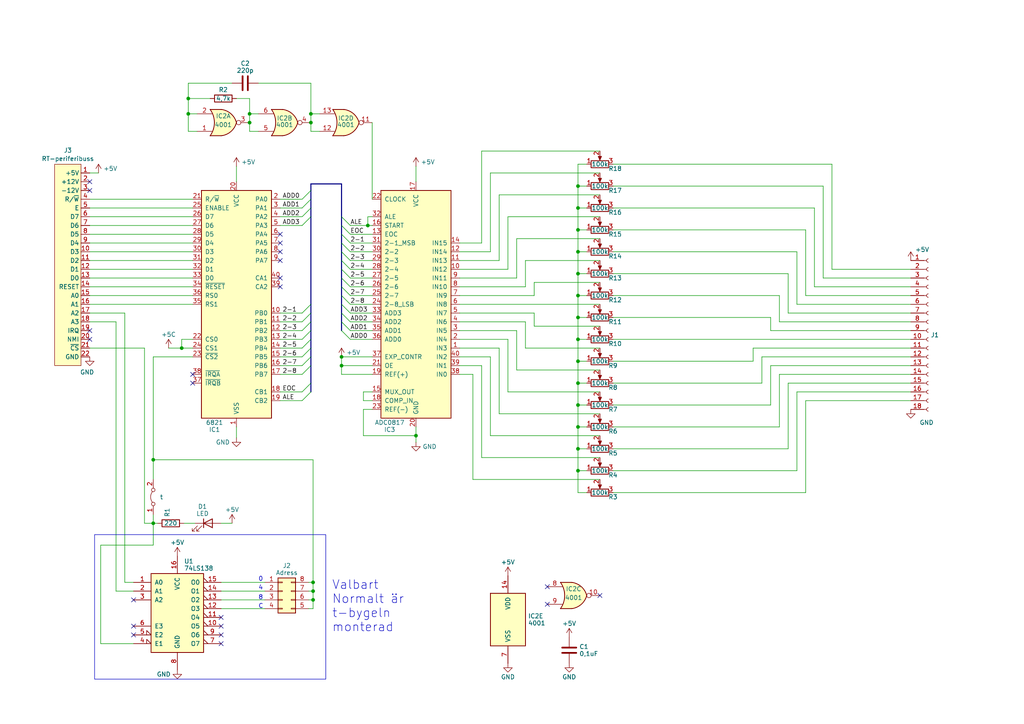
<source format=kicad_sch>
(kicad_sch (version 20230121) (generator eeschema)
  (paper "A4")
  (title_block (title "CÅ-8004 A/D-omvandlare") (date "2023-07-30") (rev "0.3") (company "Åke Holm (CÅ-elektronik)") (comment 1 "Schemat skapat i KiCad av Mikael Karlsson"))
  (lib_symbols
    (symbol "4xxx:4001" (pin_names (offset 1.016))
      (property "Reference" "U" (at 0 1.27 0))
      (property "Value" "4001" (at 0 -1.27 0))
      (symbol "4001_1_1"
        (pin input line (at -7.62 2.54 0) (length 4.318) (name "~") (number "1"))
        (pin input line (at -7.62 -2.54 0) (length 4.318) (name "~") (number "2"))
        (pin output inverted (at 7.62 0 180) (length 3.81) (name "~") (number "3"))
      )
      (symbol "4001_1_2"
        (pin input inverted (at -7.62 2.54 0) (length 3.81) (name "~") (number "1"))
        (pin input inverted (at -7.62 -2.54 0) (length 3.81) (name "~") (number "2"))
        (pin output line (at 7.62 0 180) (length 3.81) (name "~") (number "3"))
      )
      (symbol "4001_2_1"
        (pin output inverted (at 7.62 0 180) (length 3.81) (name "~") (number "4"))
        (pin input line (at -7.62 2.54 0) (length 4.318) (name "~") (number "5"))
        (pin input line (at -7.62 -2.54 0) (length 4.318) (name "~") (number "6"))
      )
      (symbol "4001_2_2"
        (pin output line (at 7.62 0 180) (length 3.81) (name "~") (number "4"))
        (pin input inverted (at -7.62 2.54 0) (length 3.81) (name "~") (number "5"))
        (pin input inverted (at -7.62 -2.54 0) (length 3.81) (name "~") (number "6"))
      )
      (symbol "4001_3_1"
        (pin output inverted (at 7.62 0 180) (length 3.81) (name "~") (number "10"))
        (pin input line (at -7.62 2.54 0) (length 4.318) (name "~") (number "8"))
        (pin input line (at -7.62 -2.54 0) (length 4.318) (name "~") (number "9"))
      )
      (symbol "4001_3_2"
        (pin output line (at 7.62 0 180) (length 3.81) (name "~") (number "10"))
        (pin input inverted (at -7.62 2.54 0) (length 3.81) (name "~") (number "8"))
        (pin input inverted (at -7.62 -2.54 0) (length 3.81) (name "~") (number "9"))
      )
      (symbol "4001_4_1"
        (pin output inverted (at 7.62 0 180) (length 3.81) (name "~") (number "11"))
        (pin input line (at -7.62 2.54 0) (length 4.318) (name "~") (number "12"))
        (pin input line (at -7.62 -2.54 0) (length 4.318) (name "~") (number "13"))
      )
      (symbol "4001_4_2"
        (pin output line (at 7.62 0 180) (length 3.81) (name "~") (number "11"))
        (pin input inverted (at -7.62 2.54 0) (length 3.81) (name "~") (number "12"))
        (pin input inverted (at -7.62 -2.54 0) (length 3.81) (name "~") (number "13"))
      )
      (symbol "4001_5_0"
        (pin power_in line (at 0 12.7 270) (length 5.08) (name "VDD") (number "14"))
        (pin power_in line (at 0 -12.7 90) (length 5.08) (name "VSS") (number "7"))
      )
    )
    (symbol "74xx:74LS138" (pin_names (offset 1.016))
      (property "Reference" "U" (at -7.62 11.43 0))
      (property "Value" "74LS138" (at -7.62 -13.97 0))
      (symbol "74LS138_1_0"
        (pin input line (at -12.7 7.62 0) (length 5.08) (name "A0") (number "1"))
        (pin output output_low (at 12.7 -5.08 180) (length 5.08) (name "O5") (number "10"))
        (pin output output_low (at 12.7 -2.54 180) (length 5.08) (name "O4") (number "11"))
        (pin output output_low (at 12.7 0 180) (length 5.08) (name "O3") (number "12"))
        (pin output output_low (at 12.7 2.54 180) (length 5.08) (name "O2") (number "13"))
        (pin output output_low (at 12.7 5.08 180) (length 5.08) (name "O1") (number "14"))
        (pin output output_low (at 12.7 7.62 180) (length 5.08) (name "O0") (number "15"))
        (pin power_in line (at 0 15.24 270) (length 5.08) (name "VCC") (number "16"))
        (pin input line (at -12.7 5.08 0) (length 5.08) (name "A1") (number "2"))
        (pin input line (at -12.7 2.54 0) (length 5.08) (name "A2") (number "3"))
        (pin input input_low (at -12.7 -10.16 0) (length 5.08) (name "E1") (number "4"))
        (pin input input_low (at -12.7 -7.62 0) (length 5.08) (name "E2") (number "5"))
        (pin input line (at -12.7 -5.08 0) (length 5.08) (name "E3") (number "6"))
        (pin output output_low (at 12.7 -10.16 180) (length 5.08) (name "O7") (number "7"))
        (pin power_in line (at 0 -17.78 90) (length 5.08) (name "GND") (number "8"))
        (pin output output_low (at 12.7 -7.62 180) (length 5.08) (name "O6") (number "9"))
      )
    )
    (symbol "Connector:Conn_01x18_Socket" (pin_names (offset 1.016) hide)
      (property "Reference" "J" (at 0 22.86 0))
      (property "Value" "Conn_01x18_Socket" (at 0 -25.4 0))
      (symbol "Conn_01x18_Socket_1_1"
        (pin passive line (at -5.08 20.32 0) (length 3.81) (name "Pin_1") (number "1"))
        (pin passive line (at -5.08 -2.54 0) (length 3.81) (name "Pin_10") (number "10"))
        (pin passive line (at -5.08 -5.08 0) (length 3.81) (name "Pin_11") (number "11"))
        (pin passive line (at -5.08 -7.62 0) (length 3.81) (name "Pin_12") (number "12"))
        (pin passive line (at -5.08 -10.16 0) (length 3.81) (name "Pin_13") (number "13"))
        (pin passive line (at -5.08 -12.7 0) (length 3.81) (name "Pin_14") (number "14"))
        (pin passive line (at -5.08 -15.24 0) (length 3.81) (name "Pin_15") (number "15"))
        (pin passive line (at -5.08 -17.78 0) (length 3.81) (name "Pin_16") (number "16"))
        (pin passive line (at -5.08 -20.32 0) (length 3.81) (name "Pin_17") (number "17"))
        (pin passive line (at -5.08 -22.86 0) (length 3.81) (name "Pin_18") (number "18"))
        (pin passive line (at -5.08 17.78 0) (length 3.81) (name "Pin_2") (number "2"))
        (pin passive line (at -5.08 15.24 0) (length 3.81) (name "Pin_3") (number "3"))
        (pin passive line (at -5.08 12.7 0) (length 3.81) (name "Pin_4") (number "4"))
        (pin passive line (at -5.08 10.16 0) (length 3.81) (name "Pin_5") (number "5"))
        (pin passive line (at -5.08 7.62 0) (length 3.81) (name "Pin_6") (number "6"))
        (pin passive line (at -5.08 5.08 0) (length 3.81) (name "Pin_7") (number "7"))
        (pin passive line (at -5.08 2.54 0) (length 3.81) (name "Pin_8") (number "8"))
        (pin passive line (at -5.08 0 0) (length 3.81) (name "Pin_9") (number "9"))
      )
    )
    (symbol "Connector_Generic:Conn_02x04_Counter_Clockwise" (pin_names (offset 1.016) hide)
      (property "Reference" "J" (at 1.27 5.08 0))
      (property "Value" "Conn_02x04_Counter_Clockwise" (at 1.27 -7.62 0))
      (symbol "Conn_02x04_Counter_Clockwise_1_1"
        (pin passive line (at -5.08 2.54 0) (length 3.81) (name "Pin_1") (number "1"))
        (pin passive line (at -5.08 0 0) (length 3.81) (name "Pin_2") (number "2"))
        (pin passive line (at -5.08 -2.54 0) (length 3.81) (name "Pin_3") (number "3"))
        (pin passive line (at -5.08 -5.08 0) (length 3.81) (name "Pin_4") (number "4"))
        (pin passive line (at 7.62 -5.08 180) (length 3.81) (name "Pin_5") (number "5"))
        (pin passive line (at 7.62 -2.54 180) (length 3.81) (name "Pin_6") (number "6"))
        (pin passive line (at 7.62 0 180) (length 3.81) (name "Pin_7") (number "7"))
        (pin passive line (at 7.62 2.54 180) (length 3.81) (name "Pin_8") (number "8"))
      )
    )
    (symbol "CÅ-8008:6821" (pin_names (offset 1.016))
      (property "Reference" "U" (at -7.62 34.29 0))
      (property "Value" "6821" (at 10.16 34.29 0))
      (symbol "6821_1_1"
        (pin power_in line (at 0 -35.56 90) (length 2.54) (name "VSS") (number "1"))
        (pin bidirectional line (at 12.7 -2.54 180) (length 2.54) (name "PB0") (number "10"))
        (pin bidirectional line (at 12.7 -5.08 180) (length 2.54) (name "PB1") (number "11"))
        (pin bidirectional line (at 12.7 -7.62 180) (length 2.54) (name "PB2") (number "12"))
        (pin bidirectional line (at 12.7 -10.16 180) (length 2.54) (name "PB3") (number "13"))
        (pin bidirectional line (at 12.7 -12.7 180) (length 2.54) (name "PB4") (number "14"))
        (pin bidirectional line (at 12.7 -15.24 180) (length 2.54) (name "PB5") (number "15"))
        (pin bidirectional line (at 12.7 -17.78 180) (length 2.54) (name "PB6") (number "16"))
        (pin bidirectional line (at 12.7 -20.32 180) (length 2.54) (name "PB7") (number "17"))
        (pin input line (at 12.7 -25.4 180) (length 2.54) (name "CB1") (number "18"))
        (pin bidirectional line (at 12.7 -27.94 180) (length 2.54) (name "CB2") (number "19"))
        (pin bidirectional line (at 12.7 30.48 180) (length 2.54) (name "PA0") (number "2"))
        (pin power_in line (at 0 35.56 270) (length 2.54) (name "VCC") (number "20"))
        (pin input line (at -12.7 30.48 0) (length 2.54) (name "R/~{W}") (number "21"))
        (pin input line (at -12.7 -10.16 0) (length 2.54) (name "CS0") (number "22"))
        (pin input line (at -12.7 -15.24 0) (length 2.54) (name "~{CS2}") (number "23"))
        (pin input line (at -12.7 -12.7 0) (length 2.54) (name "CS1") (number "24"))
        (pin input line (at -12.7 27.94 0) (length 2.54) (name "ENABLE") (number "25"))
        (pin bidirectional line (at -12.7 25.4 0) (length 2.54) (name "D7") (number "26"))
        (pin bidirectional line (at -12.7 22.86 0) (length 2.54) (name "D6") (number "27"))
        (pin bidirectional line (at -12.7 20.32 0) (length 2.54) (name "D5") (number "28"))
        (pin bidirectional line (at -12.7 17.78 0) (length 2.54) (name "D4") (number "29"))
        (pin bidirectional line (at 12.7 27.94 180) (length 2.54) (name "PA1") (number "3"))
        (pin bidirectional line (at -12.7 15.24 0) (length 2.54) (name "D3") (number "30"))
        (pin bidirectional line (at -12.7 12.7 0) (length 2.54) (name "D2") (number "31"))
        (pin bidirectional line (at -12.7 10.16 0) (length 2.54) (name "D1") (number "32"))
        (pin bidirectional line (at -12.7 7.62 0) (length 2.54) (name "D0") (number "33"))
        (pin input line (at -12.7 5.08 0) (length 2.54) (name "~{RESET}") (number "34"))
        (pin input line (at -12.7 0 0) (length 2.54) (name "RS1") (number "35"))
        (pin input line (at -12.7 2.54 0) (length 2.54) (name "RS0") (number "36"))
        (pin open_collector line (at -12.7 -22.86 0) (length 2.54) (name "~{IRQB}") (number "37"))
        (pin open_collector line (at -12.7 -20.32 0) (length 2.54) (name "~{IRQA}") (number "38"))
        (pin bidirectional line (at 12.7 5.08 180) (length 2.54) (name "CA2") (number "39"))
        (pin bidirectional line (at 12.7 25.4 180) (length 2.54) (name "PA2") (number "4"))
        (pin input line (at 12.7 7.62 180) (length 2.54) (name "CA1") (number "40"))
        (pin bidirectional line (at 12.7 22.86 180) (length 2.54) (name "PA3") (number "5"))
        (pin bidirectional line (at 12.7 20.32 180) (length 2.54) (name "PA4") (number "6"))
        (pin bidirectional line (at 12.7 17.78 180) (length 2.54) (name "PA5") (number "7"))
        (pin bidirectional line (at 12.7 15.24 180) (length 2.54) (name "PA6") (number "8"))
        (pin bidirectional line (at 12.7 12.7 180) (length 2.54) (name "PA7") (number "9"))
      )
    )
    (symbol "CÅ-8008:ADC0817" (pin_names (offset 1.016))
      (property "Reference" "U" (at -7.62 34.29 0))
      (property "Value" "ADC0817" (at 10.16 34.29 0))
      (symbol "ADC0817_1_1"
        (pin input line (at 12.7 -12.7 180) (length 2.54) (name "IN3") (number "1"))
        (pin input line (at 12.7 10.16 180) (length 2.54) (name "IN12") (number "10"))
        (pin input line (at 12.7 12.7 180) (length 2.54) (name "IN13") (number "11"))
        (pin input line (at 12.7 15.24 180) (length 2.54) (name "IN14") (number "12"))
        (pin output line (at -12.7 20.32 0) (length 2.54) (name "EOC") (number "13"))
        (pin input line (at 12.7 17.78 180) (length 2.54) (name "IN15") (number "14"))
        (pin output line (at -12.7 -25.4 0) (length 2.54) (name "MUX_OUT") (number "15"))
        (pin input line (at -12.7 22.86 0) (length 2.54) (name "START") (number "16"))
        (pin power_in line (at 0 35.56 270) (length 2.54) (name "VCC") (number "17"))
        (pin input line (at -12.7 -27.94 0) (length 2.54) (name "COMP_IN") (number "18"))
        (pin input line (at -12.7 -20.32 0) (length 2.54) (name "REF(+)") (number "19"))
        (pin input line (at 12.7 -10.16 180) (length 2.54) (name "IN4") (number "2"))
        (pin power_in line (at 0 -35.56 90) (length 2.54) (name "GND") (number "20"))
        (pin input line (at -12.7 -17.78 0) (length 2.54) (name "OE") (number "21"))
        (pin input line (at -12.7 30.48 0) (length 2.54) (name "CLOCK") (number "22"))
        (pin input line (at -12.7 -30.48 0) (length 2.54) (name "REF(-)") (number "23"))
        (pin output line (at -12.7 0 0) (length 2.54) (name "2-8_LSB") (number "24"))
        (pin output line (at -12.7 2.54 0) (length 2.54) (name "2-7") (number "25"))
        (pin output line (at -12.7 5.08 0) (length 2.54) (name "2-6") (number "26"))
        (pin output line (at -12.7 7.62 0) (length 2.54) (name "2-5") (number "27"))
        (pin output line (at -12.7 10.16 0) (length 2.54) (name "2-4") (number "28"))
        (pin output line (at -12.7 12.7 0) (length 2.54) (name "2-3") (number "29"))
        (pin input line (at 12.7 -7.62 180) (length 2.54) (name "IN5") (number "3"))
        (pin output line (at -12.7 15.24 0) (length 2.54) (name "2-2") (number "30"))
        (pin output line (at -12.7 17.78 0) (length 2.54) (name "2-1_MSB") (number "31"))
        (pin input line (at -12.7 25.4 0) (length 2.54) (name "ALE") (number "32"))
        (pin input line (at -12.7 -2.54 0) (length 2.54) (name "ADD3") (number "33"))
        (pin input line (at -12.7 -5.08 0) (length 2.54) (name "ADD2") (number "34"))
        (pin input line (at -12.7 -7.62 0) (length 2.54) (name "ADD1") (number "35"))
        (pin input line (at -12.7 -10.16 0) (length 2.54) (name "ADD0") (number "36"))
        (pin input line (at -12.7 -15.24 0) (length 2.54) (name "EXP_CONTR") (number "37"))
        (pin input line (at 12.7 -20.32 180) (length 2.54) (name "IN0") (number "38"))
        (pin input line (at 12.7 -17.78 180) (length 2.54) (name "IN1") (number "39"))
        (pin input line (at 12.7 -5.08 180) (length 2.54) (name "IN6") (number "4"))
        (pin input line (at 12.7 -15.24 180) (length 2.54) (name "IN2") (number "40"))
        (pin input line (at 12.7 -2.54 180) (length 2.54) (name "IN7") (number "5"))
        (pin input line (at 12.7 0 180) (length 2.54) (name "IN8") (number "6"))
        (pin input line (at 12.7 2.54 180) (length 2.54) (name "IN9") (number "7"))
        (pin input line (at 12.7 5.08 180) (length 2.54) (name "IN10") (number "8"))
        (pin input line (at 12.7 7.62 180) (length 2.54) (name "IN11") (number "9"))
      )
    )
    (symbol "CÅ-8008:RT-periferibuss"
      (property "Reference" "J" (at 0 32.385 0))
      (property "Value" "RT-periferibuss" (at 0 30.48 0))
      (symbol "RT-periferibuss_0_0"
        (pin bidirectional line (at 6.35 3.81 180) (length 2.54) (name "D3") (number "10"))
        (pin bidirectional line (at 6.35 1.27 180) (length 2.54) (name "D2") (number "11"))
        (pin bidirectional line (at 6.35 -1.27 180) (length 2.54) (name "D1") (number "12"))
        (pin bidirectional line (at 6.35 -3.81 180) (length 2.54) (name "D0") (number "13"))
        (pin output line (at 6.35 -6.35 180) (length 2.54) (name "RESET") (number "14"))
        (pin output line (at 6.35 -8.89 180) (length 2.54) (name "A0") (number "15"))
        (pin output line (at 6.35 -11.43 180) (length 2.54) (name "A1") (number "16"))
        (pin output line (at 6.35 -13.97 180) (length 2.54) (name "A2") (number "17"))
        (pin output line (at 6.35 -16.51 180) (length 2.54) (name "A3") (number "18"))
        (pin bidirectional line (at 6.35 -19.05 180) (length 2.54) (name "IRQ") (number "19"))
        (pin bidirectional line (at 6.35 -21.59 180) (length 2.54) (name "NMI") (number "20"))
        (pin output line (at 6.35 -24.13 180) (length 2.54) (name "~{CS}") (number "21"))
        (pin power_in line (at 6.35 -26.67 180) (length 2.54) (name "GND") (number "22"))
        (pin power_out line (at 6.35 21.59 180) (length 2.54) (name "-12V") (number "3"))
        (pin output line (at 6.35 16.51 180) (length 2.54) (name "E") (number "5"))
        (pin bidirectional line (at 6.35 13.97 180) (length 2.54) (name "D7") (number "6"))
        (pin bidirectional line (at 6.35 11.43 180) (length 2.54) (name "D6") (number "7"))
        (pin bidirectional line (at 6.35 8.89 180) (length 2.54) (name "D5") (number "8"))
        (pin bidirectional line (at 6.35 6.35 180) (length 2.54) (name "D4") (number "9"))
      )
      (symbol "RT-periferibuss_1_0"
        (pin power_out line (at 6.35 26.67 180) (length 2.54) (name "+5V") (number "1"))
        (pin power_out line (at 6.35 24.13 180) (length 2.54) (name "+12V") (number "2"))
        (pin output line (at 6.35 19.05 180) (length 2.54) (name "R/~{W}") (number "4"))
      )
    )
    (symbol "Device:C" (pin_numbers hide) (pin_names (offset 0.254))
      (property "Reference" "C" (at 0.635 2.54 0))
      (property "Value" "C" (at 0.635 -2.54 0))
      (symbol "C_1_1"
        (pin passive line (at 0 3.81 270) (length 2.794) (name "~") (number "1"))
        (pin passive line (at 0 -3.81 90) (length 2.794) (name "~") (number "2"))
      )
    )
    (symbol "Device:LED" (pin_numbers hide) (pin_names (offset 1.016) hide)
      (property "Reference" "D" (at 0 2.54 0))
      (property "Value" "LED" (at 0 -2.54 0))
      (symbol "LED_1_1"
        (pin passive line (at -3.81 0 0) (length 2.54) (name "K") (number "1"))
        (pin passive line (at 3.81 0 180) (length 2.54) (name "A") (number "2"))
      )
    )
    (symbol "Device:R" (pin_numbers hide) (pin_names (offset 0))
      (property "Reference" "R" (at 2.032 0 90))
      (property "Value" "R" (at 0 0 90))
      (symbol "R_1_1"
        (pin passive line (at 0 3.81 270) (length 1.27) (name "~") (number "1"))
        (pin passive line (at 0 -3.81 90) (length 1.27) (name "~") (number "2"))
      )
    )
    (symbol "Device:R_Potentiometer" (pin_names (offset 1.016) hide)
      (property "Reference" "RV" (at -4.445 0 90))
      (property "Value" "R_Potentiometer" (at -2.54 0 90))
      (symbol "R_Potentiometer_1_1"
        (pin passive line (at 0 3.81 270) (length 1.27) (name "1") (number "1"))
        (pin passive line (at 3.81 0 180) (length 1.27) (name "2") (number "2"))
        (pin passive line (at 0 -3.81 90) (length 1.27) (name "3") (number "3"))
      )
    )
    (symbol "Jumper:Jumper_2_Bridged" (pin_names (offset 0) hide)
      (property "Reference" "JP" (at 0 1.905 0))
      (property "Value" "Jumper_2_Bridged" (at 0 -2.54 0))
      (symbol "Jumper_2_Bridged_1_1"
        (pin passive line (at -5.08 0 0) (length 2.54) (name "A") (number "1"))
        (pin passive line (at 5.08 0 180) (length 2.54) (name "B") (number "2"))
      )
    )
    (symbol "power:+5C" (power) (pin_names (offset 0))
      (property "Value" "+5C" (at 0 3.556 0))
      (symbol "+5C_1_1"
        (pin power_in line (at 0 0 90) (length 0) hide (name "+5C") (number "1"))
      )
    )
    (symbol "power:+5V" (power) (pin_names (offset 0))
      (property "Value" "+5V" (at 0 3.556 0))
      (symbol "+5V_1_1"
        (pin power_in line (at 0 0 90) (length 0) hide (name "+5V") (number "1"))
      )
    )
    (symbol "power:GND" (power) (pin_names (offset 0))
      (property "Value" "GND" (at 0 -3.81 0))
      (symbol "GND_1_1"
        (pin power_in line (at 0 0 270) (length 0) hide (name "GND") (number "1"))
      )
    )
  )
  (junction (at 167.64 136.525))
  (junction (at 167.64 53.975))
  (junction (at 120.65 126.365))
  (junction (at 167.64 66.675))
  (junction (at 90.805 171.45))
  (junction (at 167.64 92.075))
  (junction (at 167.64 130.175))
  (junction (at 167.64 79.375))
  (junction (at 167.64 60.325))
  (junction (at 52.705 100.965))
  (junction (at 54.61 28.575))
  (junction (at 167.64 98.425))
  (junction (at 99.06 106.045))
  (junction (at 167.64 85.725))
  (junction (at 72.39 33.02))
  (junction (at 167.64 111.125))
  (junction (at 90.805 173.99))
  (junction (at 167.64 117.475))
  (junction (at 99.06 103.505))
  (junction (at 106.68 65.405))
  (junction (at 167.64 73.025))
  (junction (at 90.17 35.56))
  (junction (at 44.45 133.35))
  (junction (at 90.17 33.02))
  (junction (at 44.45 151.765))
  (junction (at 90.805 168.91))
  (junction (at 167.64 104.775))
  (junction (at 54.61 33.02))
  (junction (at 167.64 123.825))
  (junction (at 72.39 35.56))
  (no_connect (at 81.28 73.025))
  (no_connect (at 158.75 170.18))
  (no_connect (at 173.99 172.72))
  (no_connect (at 81.28 83.185))
  (no_connect (at 81.28 70.485))
  (no_connect (at 64.135 184.15))
  (no_connect (at 158.75 175.26))
  (no_connect (at 81.28 67.945))
  (no_connect (at 38.735 184.15))
  (no_connect (at 64.135 179.07))
  (no_connect (at 55.88 111.125))
  (no_connect (at 64.135 186.69))
  (no_connect (at 81.28 75.565))
  (no_connect (at 55.88 108.585))
  (no_connect (at 26.035 98.425))
  (no_connect (at 26.035 95.885))
  (no_connect (at 38.735 173.99))
  (no_connect (at 26.035 52.705))
  (no_connect (at 64.135 181.61))
  (no_connect (at 26.035 55.245))
  (no_connect (at 38.735 181.61))
  (no_connect (at 81.28 80.645))
  (bus_entry (at 101.6 93.345) (size -2.54 -2.54))
  (bus_entry (at 87.63 62.865) (size 2.54 -2.54))
  (bus_entry (at 87.63 100.965) (size 2.54 -2.54))
  (bus_entry (at 101.6 95.885) (size -2.54 -2.54))
  (bus_entry (at 101.6 88.265) (size -2.54 -2.54))
  (bus_entry (at 87.63 98.425) (size 2.54 -2.54))
  (bus_entry (at 101.6 70.485) (size -2.54 -2.54))
  (bus_entry (at 87.63 65.405) (size 2.54 -2.54))
  (bus_entry (at 101.6 98.425) (size -2.54 -2.54))
  (bus_entry (at 87.63 93.345) (size 2.54 -2.54))
  (bus_entry (at 101.6 85.725) (size -2.54 -2.54))
  (bus_entry (at 101.6 73.025) (size -2.54 -2.54))
  (bus_entry (at 87.63 57.785) (size 2.54 -2.54))
  (bus_entry (at 101.6 83.185) (size -2.54 -2.54))
  (bus_entry (at 87.63 106.045) (size 2.54 -2.54))
  (bus_entry (at 101.6 78.105) (size -2.54 -2.54))
  (bus_entry (at 87.63 116.205) (size 2.54 -2.54))
  (bus_entry (at 101.6 90.805) (size -2.54 -2.54))
  (bus_entry (at 101.6 65.405) (size -2.54 -2.54))
  (bus_entry (at 101.6 67.945) (size -2.54 -2.54))
  (bus_entry (at 87.63 108.585) (size 2.54 -2.54))
  (bus_entry (at 87.63 113.665) (size 2.54 -2.54))
  (bus_entry (at 87.63 90.805) (size 2.54 -2.54))
  (bus_entry (at 87.63 60.325) (size 2.54 -2.54))
  (bus_entry (at 87.63 95.885) (size 2.54 -2.54))
  (bus_entry (at 101.6 75.565) (size -2.54 -2.54))
  (bus_entry (at 101.6 80.645) (size -2.54 -2.54))
  (bus_entry (at 87.63 103.505) (size 2.54 -2.54))
  (bus (pts (xy 90.17 103.505) (xy 90.17 100.965)))
  (wire (pts (xy 173.99 113.665) (xy 147.32 113.665)))
  (wire (pts (xy 41.91 151.765) (xy 44.45 151.765)))
  (wire (pts (xy 154.94 94.615) (xy 154.94 90.805)))
  (wire (pts (xy 44.45 133.35) (xy 44.45 139.065)))
  (wire (pts (xy 44.45 103.505) (xy 55.88 103.505)))
  (wire (pts (xy 177.8 111.125) (xy 220.98 111.125)))
  (wire (pts (xy 147.32 62.865) (xy 147.32 78.105)))
  (wire (pts (xy 177.8 136.525) (xy 231.14 136.525)))
  (wire (pts (xy 218.44 100.965) (xy 218.44 104.775)))
  (wire (pts (xy 173.99 56.515) (xy 144.78 56.515)))
  (bus (pts (xy 90.17 62.865) (xy 90.17 60.325)))
  (wire (pts (xy 120.65 52.705) (xy 120.65 48.26)))
  (wire (pts (xy 144.78 56.515) (xy 144.78 75.565)))
  (wire (pts (xy 26.035 80.645) (xy 55.88 80.645)))
  (wire (pts (xy 173.99 139.065) (xy 137.16 139.065)))
  (wire (pts (xy 149.86 80.645) (xy 133.35 80.645)))
  (wire (pts (xy 223.52 106.045) (xy 223.52 117.475)))
  (wire (pts (xy 44.45 151.765) (xy 45.72 151.765)))
  (wire (pts (xy 72.39 28.575) (xy 72.39 33.02)))
  (wire (pts (xy 173.99 132.715) (xy 139.7 132.715)))
  (wire (pts (xy 89.535 171.45) (xy 90.805 171.45)))
  (wire (pts (xy 167.64 111.125) (xy 167.64 117.475)))
  (wire (pts (xy 57.15 38.1) (xy 54.61 38.1)))
  (wire (pts (xy 26.035 50.165) (xy 28.575 50.165)))
  (wire (pts (xy 167.64 66.675) (xy 170.18 66.675)))
  (wire (pts (xy 92.71 33.02) (xy 90.17 33.02)))
  (wire (pts (xy 26.035 78.105) (xy 55.88 78.105)))
  (bus (pts (xy 90.17 98.425) (xy 90.17 95.885)))
  (wire (pts (xy 167.64 73.025) (xy 170.18 73.025)))
  (wire (pts (xy 233.68 142.875) (xy 233.68 116.205)))
  (wire (pts (xy 81.28 65.405) (xy 87.63 65.405)))
  (wire (pts (xy 26.035 57.785) (xy 55.88 57.785)))
  (bus (pts (xy 99.06 85.725) (xy 99.06 83.185)))
  (wire (pts (xy 64.135 173.99) (xy 76.835 173.99)))
  (wire (pts (xy 106.68 62.865) (xy 107.95 62.865)))
  (wire (pts (xy 149.86 69.215) (xy 149.86 80.645)))
  (wire (pts (xy 167.64 104.775) (xy 170.18 104.775)))
  (wire (pts (xy 90.17 33.02) (xy 90.17 35.56)))
  (wire (pts (xy 223.52 95.885) (xy 223.52 92.075)))
  (wire (pts (xy 101.6 80.645) (xy 107.95 80.645)))
  (wire (pts (xy 81.28 100.965) (xy 87.63 100.965)))
  (wire (pts (xy 90.17 38.1) (xy 92.71 38.1)))
  (wire (pts (xy 167.64 79.375) (xy 170.18 79.375)))
  (wire (pts (xy 68.58 52.705) (xy 68.58 48.26)))
  (bus (pts (xy 90.17 57.785) (xy 90.17 55.245)))
  (wire (pts (xy 107.95 118.745) (xy 105.41 118.745)))
  (wire (pts (xy 173.99 43.815) (xy 139.7 43.815)))
  (wire (pts (xy 120.65 128.27) (xy 120.65 126.365)))
  (wire (pts (xy 26.035 73.025) (xy 55.88 73.025)))
  (wire (pts (xy 173.99 75.565) (xy 152.4 75.565)))
  (wire (pts (xy 107.95 113.665) (xy 105.41 113.665)))
  (wire (pts (xy 167.64 142.875) (xy 170.18 142.875)))
  (bus (pts (xy 90.17 93.345) (xy 90.17 90.805)))
  (wire (pts (xy 55.88 98.425) (xy 52.705 98.425)))
  (wire (pts (xy 74.93 33.02) (xy 72.39 33.02)))
  (wire (pts (xy 81.28 90.805) (xy 87.63 90.805)))
  (wire (pts (xy 167.64 53.975) (xy 167.64 60.325)))
  (wire (pts (xy 167.64 98.425) (xy 167.64 104.775)))
  (bus (pts (xy 99.06 75.565) (xy 99.06 73.025)))
  (wire (pts (xy 231.14 136.525) (xy 231.14 113.665)))
  (wire (pts (xy 90.17 24.13) (xy 90.17 33.02)))
  (wire (pts (xy 167.64 130.175) (xy 170.18 130.175)))
  (bus (pts (xy 99.06 53.34) (xy 90.17 53.34)))
  (wire (pts (xy 142.24 50.165) (xy 142.24 73.025)))
  (wire (pts (xy 139.7 70.485) (xy 133.35 70.485)))
  (wire (pts (xy 167.64 85.725) (xy 167.64 92.075)))
  (bus (pts (xy 99.06 67.945) (xy 99.06 65.405)))
  (bus (pts (xy 90.17 111.125) (xy 90.17 106.045)))
  (wire (pts (xy 38.735 186.69) (xy 29.21 186.69)))
  (bus (pts (xy 99.06 62.865) (xy 99.06 53.34)))
  (wire (pts (xy 154.94 85.725) (xy 133.35 85.725)))
  (wire (pts (xy 241.3 78.105) (xy 264.16 78.105)))
  (wire (pts (xy 90.17 35.56) (xy 90.17 38.1)))
  (wire (pts (xy 167.64 104.775) (xy 167.64 111.125)))
  (wire (pts (xy 29.21 186.69) (xy 29.21 158.115)))
  (wire (pts (xy 167.64 92.075) (xy 167.64 98.425)))
  (wire (pts (xy 142.24 126.365) (xy 142.24 103.505)))
  (wire (pts (xy 52.705 100.965) (xy 55.88 100.965)))
  (wire (pts (xy 26.035 75.565) (xy 55.88 75.565)))
  (wire (pts (xy 152.4 75.565) (xy 152.4 83.185)))
  (wire (pts (xy 167.64 60.325) (xy 170.18 60.325)))
  (wire (pts (xy 74.93 24.13) (xy 90.17 24.13)))
  (wire (pts (xy 81.28 95.885) (xy 87.63 95.885)))
  (wire (pts (xy 177.8 123.825) (xy 226.06 123.825)))
  (wire (pts (xy 52.705 98.425) (xy 52.705 100.965)))
  (wire (pts (xy 264.16 93.345) (xy 226.06 93.345)))
  (wire (pts (xy 147.32 98.425) (xy 147.32 113.665)))
  (wire (pts (xy 226.06 123.825) (xy 226.06 108.585)))
  (wire (pts (xy 105.41 118.745) (xy 105.41 126.365)))
  (wire (pts (xy 238.76 53.975) (xy 238.76 80.645)))
  (bus (pts (xy 90.17 55.245) (xy 90.17 53.34)))
  (wire (pts (xy 167.64 47.625) (xy 167.64 53.975)))
  (wire (pts (xy 81.28 93.345) (xy 87.63 93.345)))
  (wire (pts (xy 173.99 81.915) (xy 154.94 81.915)))
  (wire (pts (xy 26.035 65.405) (xy 55.88 65.405)))
  (wire (pts (xy 105.41 126.365) (xy 120.65 126.365)))
  (wire (pts (xy 236.22 60.325) (xy 236.22 83.185)))
  (wire (pts (xy 133.35 93.345) (xy 152.4 93.345)))
  (wire (pts (xy 173.99 50.165) (xy 142.24 50.165)))
  (wire (pts (xy 177.8 53.975) (xy 238.76 53.975)))
  (wire (pts (xy 101.6 98.425) (xy 107.95 98.425)))
  (bus (pts (xy 99.06 80.645) (xy 99.06 78.105)))
  (wire (pts (xy 139.7 43.815) (xy 139.7 70.485)))
  (wire (pts (xy 120.65 126.365) (xy 120.65 123.825)))
  (wire (pts (xy 144.78 120.015) (xy 144.78 100.965)))
  (wire (pts (xy 133.35 88.265) (xy 173.99 88.265)))
  (wire (pts (xy 154.94 81.915) (xy 154.94 85.725)))
  (wire (pts (xy 64.135 151.765) (xy 67.31 151.765)))
  (wire (pts (xy 89.535 173.99) (xy 90.805 173.99)))
  (wire (pts (xy 90.805 168.91) (xy 90.805 133.35)))
  (wire (pts (xy 101.6 83.185) (xy 107.95 83.185)))
  (wire (pts (xy 26.035 60.325) (xy 55.88 60.325)))
  (wire (pts (xy 68.58 127) (xy 68.58 123.825)))
  (wire (pts (xy 26.035 93.345) (xy 33.655 93.345)))
  (wire (pts (xy 36.195 168.91) (xy 38.735 168.91)))
  (wire (pts (xy 264.16 88.265) (xy 231.14 88.265)))
  (wire (pts (xy 26.035 62.865) (xy 55.88 62.865)))
  (wire (pts (xy 142.24 73.025) (xy 133.35 73.025)))
  (wire (pts (xy 226.06 85.725) (xy 177.8 85.725)))
  (wire (pts (xy 48.895 100.965) (xy 52.705 100.965)))
  (wire (pts (xy 133.35 95.885) (xy 149.86 95.885)))
  (wire (pts (xy 106.68 65.405) (xy 107.95 65.405)))
  (wire (pts (xy 105.41 113.665) (xy 105.41 116.205)))
  (wire (pts (xy 220.98 103.505) (xy 264.16 103.505)))
  (bus (pts (xy 99.06 83.185) (xy 99.06 80.645)))
  (wire (pts (xy 147.32 78.105) (xy 133.35 78.105)))
  (wire (pts (xy 226.06 93.345) (xy 226.06 85.725)))
  (bus (pts (xy 90.17 95.885) (xy 90.17 93.345)))
  (wire (pts (xy 223.52 117.475) (xy 177.8 117.475)))
  (wire (pts (xy 173.99 120.015) (xy 144.78 120.015)))
  (wire (pts (xy 139.7 106.045) (xy 133.35 106.045)))
  (wire (pts (xy 90.805 133.35) (xy 44.45 133.35)))
  (bus (pts (xy 99.06 78.105) (xy 99.06 75.565)))
  (wire (pts (xy 236.22 83.185) (xy 264.16 83.185)))
  (wire (pts (xy 54.61 24.13) (xy 54.61 28.575)))
  (wire (pts (xy 33.655 171.45) (xy 38.735 171.45)))
  (wire (pts (xy 177.8 98.425) (xy 264.16 98.425)))
  (wire (pts (xy 26.035 88.265) (xy 55.88 88.265)))
  (wire (pts (xy 81.28 98.425) (xy 87.63 98.425)))
  (wire (pts (xy 101.6 78.105) (xy 107.95 78.105)))
  (wire (pts (xy 41.91 100.965) (xy 41.91 151.765)))
  (wire (pts (xy 90.805 173.99) (xy 90.805 176.53)))
  (wire (pts (xy 26.035 83.185) (xy 55.88 83.185)))
  (wire (pts (xy 26.035 67.945) (xy 55.88 67.945)))
  (wire (pts (xy 99.06 103.505) (xy 99.06 106.045)))
  (wire (pts (xy 53.34 151.765) (xy 56.515 151.765)))
  (wire (pts (xy 177.8 47.625) (xy 241.3 47.625)))
  (bus (pts (xy 90.17 106.045) (xy 90.17 103.505)))
  (wire (pts (xy 264.16 100.965) (xy 218.44 100.965)))
  (wire (pts (xy 144.78 75.565) (xy 133.35 75.565)))
  (bus (pts (xy 99.06 65.405) (xy 99.06 62.865)))
  (wire (pts (xy 107.95 103.505) (xy 99.06 103.505)))
  (wire (pts (xy 170.18 47.625) (xy 167.64 47.625)))
  (wire (pts (xy 167.64 85.725) (xy 170.18 85.725)))
  (wire (pts (xy 29.21 158.115) (xy 44.45 158.115)))
  (wire (pts (xy 226.06 108.585) (xy 264.16 108.585)))
  (wire (pts (xy 228.6 79.375) (xy 177.8 79.375)))
  (wire (pts (xy 54.61 33.02) (xy 57.15 33.02)))
  (wire (pts (xy 154.94 90.805) (xy 133.35 90.805)))
  (bus (pts (xy 90.17 113.665) (xy 90.17 111.125)))
  (wire (pts (xy 101.6 88.265) (xy 107.95 88.265)))
  (bus (pts (xy 99.06 95.885) (xy 99.06 93.345)))
  (wire (pts (xy 26.035 90.805) (xy 36.195 90.805)))
  (wire (pts (xy 152.4 93.345) (xy 152.4 100.965)))
  (wire (pts (xy 177.8 66.675) (xy 233.68 66.675)))
  (wire (pts (xy 101.6 90.805) (xy 107.95 90.805)))
  (wire (pts (xy 36.195 90.805) (xy 36.195 168.91)))
  (wire (pts (xy 137.16 108.585) (xy 133.35 108.585)))
  (wire (pts (xy 167.64 136.525) (xy 167.64 142.875)))
  (wire (pts (xy 81.28 62.865) (xy 87.63 62.865)))
  (wire (pts (xy 167.64 130.175) (xy 167.64 136.525)))
  (wire (pts (xy 264.16 111.125) (xy 228.6 111.125)))
  (wire (pts (xy 90.805 176.53) (xy 89.535 176.53)))
  (wire (pts (xy 173.99 62.865) (xy 147.32 62.865)))
  (wire (pts (xy 167.64 92.075) (xy 170.18 92.075)))
  (wire (pts (xy 167.64 73.025) (xy 167.64 79.375)))
  (wire (pts (xy 26.035 100.965) (xy 41.91 100.965)))
  (wire (pts (xy 228.6 90.805) (xy 228.6 79.375)))
  (wire (pts (xy 101.6 85.725) (xy 107.95 85.725)))
  (wire (pts (xy 81.28 103.505) (xy 87.63 103.505)))
  (wire (pts (xy 167.64 98.425) (xy 170.18 98.425)))
  (wire (pts (xy 26.035 85.725) (xy 55.88 85.725)))
  (bus (pts (xy 90.17 88.265) (xy 90.17 62.865)))
  (wire (pts (xy 223.52 92.075) (xy 177.8 92.075)))
  (wire (pts (xy 167.64 117.475) (xy 170.18 117.475)))
  (wire (pts (xy 220.98 111.125) (xy 220.98 103.505)))
  (wire (pts (xy 72.39 35.56) (xy 72.39 38.1)))
  (wire (pts (xy 72.39 33.02) (xy 72.39 35.56)))
  (wire (pts (xy 101.6 73.025) (xy 107.95 73.025)))
  (wire (pts (xy 152.4 83.185) (xy 133.35 83.185)))
  (wire (pts (xy 89.535 168.91) (xy 90.805 168.91)))
  (wire (pts (xy 81.28 60.325) (xy 87.63 60.325)))
  (wire (pts (xy 72.39 38.1) (xy 74.93 38.1)))
  (wire (pts (xy 147.32 98.425) (xy 133.35 98.425)))
  (wire (pts (xy 233.68 85.725) (xy 264.16 85.725)))
  (wire (pts (xy 231.14 113.665) (xy 264.16 113.665)))
  (wire (pts (xy 68.58 28.575) (xy 72.39 28.575)))
  (bus (pts (xy 99.06 73.025) (xy 99.06 70.485)))
  (wire (pts (xy 81.28 57.785) (xy 87.63 57.785)))
  (wire (pts (xy 81.28 108.585) (xy 87.63 108.585)))
  (wire (pts (xy 167.64 136.525) (xy 170.18 136.525)))
  (wire (pts (xy 107.95 35.56) (xy 107.95 57.785)))
  (wire (pts (xy 233.68 66.675) (xy 233.68 85.725)))
  (wire (pts (xy 101.6 65.405) (xy 106.68 65.405)))
  (wire (pts (xy 99.06 108.585) (xy 99.06 106.045)))
  (wire (pts (xy 67.31 24.13) (xy 54.61 24.13)))
  (wire (pts (xy 81.28 116.205) (xy 87.63 116.205)))
  (wire (pts (xy 228.6 130.175) (xy 177.8 130.175)))
  (bus (pts (xy 99.06 70.485) (xy 99.06 67.945)))
  (wire (pts (xy 60.96 28.575) (xy 54.61 28.575)))
  (wire (pts (xy 264.16 106.045) (xy 223.52 106.045)))
  (bus (pts (xy 90.17 60.325) (xy 90.17 57.785)))
  (wire (pts (xy 231.14 73.025) (xy 177.8 73.025)))
  (wire (pts (xy 167.64 66.675) (xy 167.64 73.025)))
  (wire (pts (xy 26.035 70.485) (xy 55.88 70.485)))
  (wire (pts (xy 167.64 117.475) (xy 167.64 123.825)))
  (wire (pts (xy 152.4 100.965) (xy 173.99 100.965)))
  (wire (pts (xy 139.7 132.715) (xy 139.7 106.045)))
  (wire (pts (xy 241.3 47.625) (xy 241.3 78.105)))
  (wire (pts (xy 90.805 168.91) (xy 90.805 171.45)))
  (wire (pts (xy 44.45 158.115) (xy 44.45 151.765)))
  (wire (pts (xy 173.99 107.315) (xy 149.86 107.315)))
  (bus (pts (xy 99.06 93.345) (xy 99.06 90.805)))
  (wire (pts (xy 106.68 65.405) (xy 106.68 62.865)))
  (wire (pts (xy 233.68 116.205) (xy 264.16 116.205)))
  (wire (pts (xy 101.6 75.565) (xy 107.95 75.565)))
  (wire (pts (xy 167.64 60.325) (xy 167.64 66.675)))
  (wire (pts (xy 177.8 60.325) (xy 236.22 60.325)))
  (wire (pts (xy 44.45 151.765) (xy 44.45 149.225)))
  (wire (pts (xy 173.99 94.615) (xy 154.94 94.615)))
  (wire (pts (xy 218.44 104.775) (xy 177.8 104.775)))
  (wire (pts (xy 81.28 113.665) (xy 87.63 113.665)))
  (wire (pts (xy 105.41 116.205) (xy 107.95 116.205)))
  (bus (pts (xy 90.17 90.805) (xy 90.17 88.265)))
  (wire (pts (xy 101.6 70.485) (xy 107.95 70.485)))
  (bus (pts (xy 99.06 90.805) (xy 99.06 88.265)))
  (wire (pts (xy 64.135 176.53) (xy 76.835 176.53)))
  (wire (pts (xy 238.76 80.645) (xy 264.16 80.645)))
  (wire (pts (xy 167.64 111.125) (xy 170.18 111.125)))
  (wire (pts (xy 264.16 90.805) (xy 228.6 90.805)))
  (wire (pts (xy 81.28 106.045) (xy 87.63 106.045)))
  (wire (pts (xy 101.6 95.885) (xy 107.95 95.885)))
  (wire (pts (xy 142.24 103.505) (xy 133.35 103.505)))
  (wire (pts (xy 173.99 126.365) (xy 142.24 126.365)))
  (wire (pts (xy 90.805 171.45) (xy 90.805 173.99)))
  (wire (pts (xy 137.16 139.065) (xy 137.16 108.585)))
  (wire (pts (xy 54.61 28.575) (xy 54.61 33.02)))
  (wire (pts (xy 133.35 100.965) (xy 144.78 100.965)))
  (wire (pts (xy 99.06 106.045) (xy 107.95 106.045)))
  (wire (pts (xy 44.45 103.505) (xy 44.45 133.35)))
  (wire (pts (xy 107.95 108.585) (xy 99.06 108.585)))
  (wire (pts (xy 167.64 79.375) (xy 167.64 85.725)))
  (wire (pts (xy 170.18 53.975) (xy 167.64 53.975)))
  (bus (pts (xy 90.17 100.965) (xy 90.17 98.425)))
  (wire (pts (xy 167.64 123.825) (xy 170.18 123.825)))
  (wire (pts (xy 64.135 168.91) (xy 76.835 168.91)))
  (wire (pts (xy 54.61 33.02) (xy 54.61 38.1)))
  (wire (pts (xy 167.64 123.825) (xy 167.64 130.175)))
  (wire (pts (xy 231.14 88.265) (xy 231.14 73.025)))
  (wire (pts (xy 149.86 95.885) (xy 149.86 107.315)))
  (wire (pts (xy 101.6 93.345) (xy 107.95 93.345)))
  (wire (pts (xy 64.135 171.45) (xy 76.835 171.45)))
  (bus (pts (xy 99.06 88.265) (xy 99.06 85.725)))
  (wire (pts (xy 173.99 69.215) (xy 149.86 69.215)))
  (wire (pts (xy 33.655 93.345) (xy 33.655 171.45)))
  (wire (pts (xy 177.8 142.875) (xy 233.68 142.875)))
  (wire (pts (xy 101.6 67.945) (xy 107.95 67.945)))
  (wire (pts (xy 228.6 111.125) (xy 228.6 130.175)))
  (wire (pts (xy 264.16 95.885) (xy 223.52 95.885)))
  (rectangle (start 27.432 155.067) (end 94.488 196.977))
  (text "4" (at 74.93 171.323 0) (effects (font (size 1.27 1.27)) (justify left bottom)))
  (text "C" (at 74.93 176.657 0) (effects (font (size 1.27 1.27)) (justify left bottom)))
  (text "0" (at 74.93 168.783 0) (effects (font (size 1.27 1.27)) (justify left bottom)))
  (text "8" (at 74.93 174.117 0) (effects (font (size 1.27 1.27)) (justify left bottom)))
  (text "Valbart\nNormalt är \nt-bygeln \nmonterad" (at 96.266 183.515 0) (effects (font (size 2.54 2.54)) (justify left bottom)))
  (label "ADD0" (at 81.915 57.785 0))
  (label "2-7" (at 101.6 85.725 0))
  (label "2-5" (at 81.915 100.965 0))
  (label "2-6" (at 81.915 103.505 0))
  (label "ADD2" (at 101.6 93.345 0))
  (label "2-4" (at 101.6 78.105 0))
  (label "2-5" (at 101.6 80.645 0))
  (label "2-8" (at 101.6 88.265 0))
  (label "2-7" (at 81.915 106.045 0))
  (label "ADD3" (at 81.915 65.405 0))
  (label "2-3" (at 81.915 95.885 0))
  (label "2-1" (at 81.915 90.805 0))
  (label "2-2" (at 81.915 93.345 0))
  (label "ADD1" (at 81.915 60.325 0))
  (label "ADD1" (at 101.6 95.885 0))
  (label "2-2" (at 101.6 73.025 0))
  (label "ALE" (at 101.6 65.405 0))
  (label "2-6" (at 101.6 83.185 0))
  (label "ADD0" (at 101.6 98.425 0))
  (label "EOC" (at 101.6 67.945 0))
  (label "ADD3" (at 101.6 90.805 0))
  (label "2-1" (at 101.6 70.485 0))
  (label "2-8" (at 81.915 108.585 0))
  (label "2-3" (at 101.6 75.565 0))
  (label "EOC" (at 81.915 113.665 0))
  (label "2-4" (at 81.915 98.425 0))
  (label "ALE" (at 81.915 116.205 0))
  (label "ADD2" (at 81.915 62.865 0))
  (symbol (lib_id "4xxx:4001") (at 166.37 172.72 0) (unit 3)
    (property "Reference" "IC2" (at 166.37 170.815 0))
    (property "Value" "4001" (at 166.37 173.355 0))
    (property "Datasheet" "http://www.intersil.com/content/dam/Intersil/documents/cd40/cd4000bms-01bms-02bms-25bms.pdf" (effects hide))
  )
  (symbol (lib_id "power:GND") (at 26.035 103.505 0) (unit 1)
    (property "Reference" "#PWR016" (effects hide))
    (property "Value" "GND" (at 27.305 107.95 0) (effects (justify right)))
  )
  (symbol (lib_id "Device:R_Potentiometer") (at 173.99 66.675 90) (unit 1)
    (property "Reference" "R15" (at 178.435 67.945 90))
    (property "Value" "100k" (at 173.99 66.675 90))
  )
  (symbol (lib_id "Device:R_Potentiometer") (at 173.99 136.525 90) (unit 1)
    (property "Reference" "R4" (at 177.8 137.795 90))
    (property "Value" "100k" (at 173.99 136.525 90))
  )
  (symbol (lib_id "power:+5V") (at 67.31 151.765 0) (unit 1)
    (property "Reference" "#PWR015" (effects hide))
    (property "Value" "+5V" (at 67.31 147.82 0))
  )
  (symbol (lib_id "Device:R_Potentiometer") (at 173.99 53.975 90) (unit 1)
    (property "Reference" "R17" (at 178.435 55.245 90))
    (property "Value" "100k" (at 173.99 53.975 90))
  )
  (symbol (lib_id "Device:C") (at 165.1 188.595 0) (unit 1)
    (property "Reference" "C1" (at 168.021 187.571 0) (effects (justify left)))
    (property "Value" "0,1uF" (at 168.021 189.619 0) (effects (justify left)))
  )
  (symbol (lib_id "Device:R_Potentiometer") (at 173.99 73.025 90) (unit 1)
    (property "Reference" "R14" (at 178.435 74.295 90))
    (property "Value" "100k" (at 173.99 73.025 90))
  )
  (symbol (lib_id "Device:LED") (at 60.325 151.765 0) (unit 1)
    (property "Reference" "D1" (at 58.7375 146.915 0))
    (property "Value" "LED" (at 58.7375 148.963 0))
  )
  (symbol (lib_id "power:+5V") (at 147.32 167.005 0) (unit 1)
    (property "Reference" "#PWR01" (effects hide))
    (property "Value" "+5V" (at 147.32 163.06 0))
  )
  (symbol (lib_id "74xx:74LS138") (at 51.435 176.53 0) (unit 1)
    (property "Reference" "U1" (at 53.3909 162.79 0) (effects (justify left)))
    (property "Value" "74LS138" (at 53.3909 164.838 0) (effects (justify left)))
    (property "Datasheet" "http://www.ti.com/lit/gpn/sn74LS138" (effects hide))
  )
  (symbol (lib_id "Device:R_Potentiometer") (at 173.99 85.725 90) (unit 1)
    (property "Reference" "R12" (at 178.435 86.995 90))
    (property "Value" "100k" (at 173.99 85.725 90))
  )
  (symbol (lib_id "Device:R_Potentiometer") (at 173.99 123.825 90) (unit 1)
    (property "Reference" "R6" (at 177.8 125.095 90))
    (property "Value" "100k" (at 173.99 123.825 90))
  )
  (symbol (lib_id "Device:R_Potentiometer") (at 173.99 117.475 90) (unit 1)
    (property "Reference" "R7" (at 177.8 118.745 90))
    (property "Value" "100k" (at 173.99 117.475 90))
  )
  (symbol (lib_id "power:+5V") (at 28.575 50.165 0) (unit 1)
    (property "Reference" "#PWR017" (effects hide))
    (property "Value" "+5V" (at 29.972 48.895 0) (effects (justify left)))
  )
  (symbol (lib_id "Device:R_Potentiometer") (at 173.99 111.125 90) (unit 1)
    (property "Reference" "R8" (at 177.8 112.395 90))
    (property "Value" "100k" (at 173.99 111.125 90))
  )
  (symbol (lib_id "Device:C") (at 71.12 24.13 270) (mirror x) (unit 1)
    (property "Reference" "C2" (at 71.12 18.391 90))
    (property "Value" "220p" (at 71.12 20.439 90))
  )
  (symbol (lib_id "power:+5V") (at 99.06 103.505 0) (unit 1)
    (property "Reference" "#PWR07" (effects hide))
    (property "Value" "+5V" (at 100.457 102.235 0) (effects (justify left)))
  )
  (symbol (lib_id "Device:R_Potentiometer") (at 173.99 104.775 90) (unit 1)
    (property "Reference" "R9" (at 177.8 106.045 90))
    (property "Value" "100k" (at 173.99 104.775 90))
  )
  (symbol (lib_id "CÅ-8008:ADC0817") (at 120.65 88.265 0) (unit 1)
    (property "Reference" "IC3" (at 113.03 124.603 0))
    (property "Value" "ADC0817" (at 113.03 122.555 0))
    (property "Footprint" "Package_DIP:DIP-40_W15.24mm" (effects hide))
  )
  (symbol (lib_id "Device:R") (at 64.77 28.575 270) (mirror x) (unit 1)
    (property "Reference" "R2" (at 64.77 26.035 90))
    (property "Value" "4,7k" (at 64.77 28.575 90))
  )
  (symbol (lib_id "4xxx:4001") (at 100.33 35.56 0) (mirror x) (unit 4)
    (property "Reference" "IC2" (at 100.33 34.29 0))
    (property "Value" "4001" (at 100.33 36.195 0))
    (property "Datasheet" "http://www.intersil.com/content/dam/Intersil/documents/cd40/cd4000bms-01bms-02bms-25bms.pdf" (effects hide))
  )
  (symbol (lib_id "4xxx:4001") (at 82.55 35.56 0) (mirror x) (unit 2)
    (property "Reference" "IC2" (at 82.55 34.29 0))
    (property "Value" "4001" (at 82.55 36.195 0))
    (property "Datasheet" "http://www.intersil.com/content/dam/Intersil/documents/cd40/cd4000bms-01bms-02bms-25bms.pdf" (effects hide))
  )
  (symbol (lib_id "Device:R") (at 49.53 151.765 90) (unit 1)
    (property "Reference" "R1" (at 48.506 149.987 0) (effects (justify left)))
    (property "Value" "220" (at 51.435 151.765 90) (effects (justify left)))
  )
  (symbol (lib_id "Device:R_Potentiometer") (at 173.99 79.375 90) (unit 1)
    (property "Reference" "R13" (at 178.435 80.645 90))
    (property "Value" "100k" (at 173.99 79.375 90))
  )
  (symbol (lib_id "power:GND") (at 51.435 194.31 0) (unit 1)
    (property "Reference" "#PWR014" (effects hide))
    (property "Value" "GND" (at 49.53 195.58 0) (effects (justify right)))
  )
  (symbol (lib_id "power:+5V") (at 165.1 184.785 0) (unit 1)
    (property "Reference" "#PWR011" (effects hide))
    (property "Value" "+5V" (at 165.1 180.84 0))
  )
  (symbol (lib_id "Connector_Generic:Conn_02x04_Counter_Clockwise") (at 81.915 171.45 0) (unit 1)
    (property "Reference" "J2" (at 83.185 164.06 0))
    (property "Value" "Adress" (at 83.185 166.108 0))
  )
  (symbol (lib_id "power:GND") (at 120.65 128.27 0) (unit 1)
    (property "Reference" "#PWR05" (effects hide))
    (property "Value" "GND" (at 122.555 129.54 0) (effects (justify left)))
  )
  (symbol (lib_id "power:+5C") (at 48.895 100.965 0) (unit 1)
    (property "Reference" "#PWR010" (effects hide))
    (property "Value" "+5C" (at 48.895 97.02 0))
  )
  (symbol (lib_id "Device:R_Potentiometer") (at 173.99 92.075 90) (unit 1)
    (property "Reference" "R11" (at 178.435 93.345 90))
    (property "Value" "100k" (at 173.99 92.075 90))
  )
  (symbol (lib_id "Connector:Conn_01x18_Socket") (at 269.24 95.885 0) (unit 1)
    (property "Reference" "J1" (at 269.9512 97.155 0) (effects (justify left)))
    (property "Value" "Conn_01x18_Socket" (effects hide))
  )
  (symbol (lib_id "CÅ-8008:RT-periferibuss") (at 19.685 76.835 0) (unit 1)
    (property "Reference" "J3" (at 19.685 43.6077 0))
    (property "Value" "RT-periferibuss" (at 19.685 46.0319 0))
  )
  (symbol (lib_id "CÅ-8008:6821") (at 68.58 88.265 0) (unit 1)
    (property "Reference" "IC1" (at 62.23 124.603 0))
    (property "Value" "6821" (at 62.23 122.555 0))
    (property "Footprint" "Package_DIP:DIP-40_W15.24mm" (effects hide))
    (property "Datasheet" "http://pdf.datasheetcatalog.com/datasheet/motorola/6821.pdf" (effects hide))
  )
  (symbol (lib_id "power:+5V") (at 264.16 75.565 0) (unit 1)
    (property "Reference" "#PWR09" (effects hide))
    (property "Value" "+5V" (at 265.43 72.39 0) (effects (justify left)))
  )
  (symbol (lib_id "Jumper:Jumper_2_Bridged") (at 44.45 144.145 90) (unit 1)
    (property "Reference" "JP1" (effects hide))
    (property "Value" "t" (at 46.355 144.145 90) (effects (justify right)))
  )
  (symbol (lib_id "power:GND") (at 68.58 127 0) (unit 1)
    (property "Reference" "#PWR06" (effects hide))
    (property "Value" "GND" (at 66.675 128.27 0) (effects (justify right)))
  )
  (symbol (lib_id "Device:R_Potentiometer") (at 173.99 60.325 90) (unit 1)
    (property "Reference" "R16" (at 178.435 61.595 90))
    (property "Value" "100k" (at 173.99 60.325 90))
  )
  (symbol (lib_id "4xxx:4001") (at 64.77 35.56 0) (mirror x) (unit 1)
    (property "Reference" "IC2" (at 64.77 33.655 0))
    (property "Value" "4001" (at 64.77 36.195 0))
    (property "Datasheet" "http://www.intersil.com/content/dam/Intersil/documents/cd40/cd4000bms-01bms-02bms-25bms.pdf" (effects hide))
  )
  (symbol (lib_id "4xxx:4001") (at 147.32 179.705 0) (unit 5)
    (property "Reference" "IC2" (at 153.162 178.681 0) (effects (justify left)))
    (property "Value" "4001" (at 153.162 180.729 0) (effects (justify left)))
    (property "Datasheet" "http://www.intersil.com/content/dam/Intersil/documents/cd40/cd4000bms-01bms-02bms-25bms.pdf" (effects hide))
  )
  (symbol (lib_id "Device:R_Potentiometer") (at 173.99 47.625 90) (unit 1)
    (property "Reference" "R18" (at 178.435 48.895 90))
    (property "Value" "100k" (at 173.99 47.625 90))
  )
  (symbol (lib_id "Device:R_Potentiometer") (at 173.99 130.175 90) (unit 1)
    (property "Reference" "R5" (at 177.8 131.445 90))
    (property "Value" "100k" (at 173.99 130.175 90))
  )
  (symbol (lib_id "Device:R_Potentiometer") (at 173.99 98.425 90) (unit 1)
    (property "Reference" "R10" (at 178.435 99.695 90))
    (property "Value" "100k" (at 173.99 98.425 90))
  )
  (symbol (lib_id "power:+5V") (at 120.65 48.26 0) (unit 1)
    (property "Reference" "#PWR02" (effects hide))
    (property "Value" "+5V" (at 122.047 46.99 0) (effects (justify left)))
  )
  (symbol (lib_id "power:GND") (at 165.1 192.405 0) (unit 1)
    (property "Reference" "#PWR012" (effects hide))
    (property "Value" "GND" (at 165.1 196.35 0))
  )
  (symbol (lib_id "Device:R_Potentiometer") (at 173.99 142.875 90) (unit 1)
    (property "Reference" "R3" (at 177.8 144.145 90))
    (property "Value" "100k" (at 173.99 142.875 90))
  )
  (symbol (lib_id "power:GND") (at 147.32 192.405 0) (unit 1)
    (property "Reference" "#PWR04" (effects hide))
    (property "Value" "GND" (at 147.32 196.35 0))
  )
  (symbol (lib_id "power:+5V") (at 68.58 48.26 0) (unit 1)
    (property "Reference" "#PWR03" (effects hide))
    (property "Value" "+5V" (at 69.977 46.99 0) (effects (justify left)))
  )
  (symbol (lib_id "power:GND") (at 264.16 118.745 0) (unit 1)
    (property "Reference" "#PWR08" (effects hide))
    (property "Value" "GND" (at 266.7 122.555 0) (effects (justify left)))
  )
  (symbol (lib_id "power:+5V") (at 51.435 161.29 0) (unit 1)
    (property "Reference" "#PWR013" (effects hide))
    (property "Value" "+5V" (at 51.435 157.345 0))
  )
)
</source>
